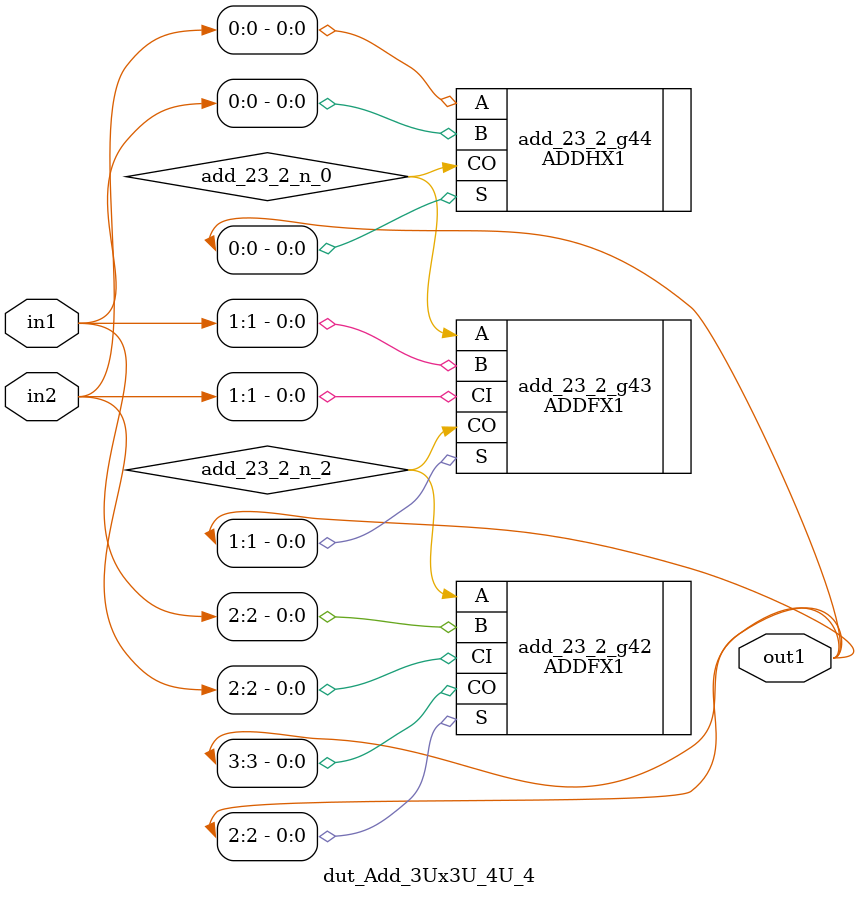
<source format=v>
`timescale 1ps / 1ps


module dut_Add_3Ux3U_4U_4(in2, in1, out1);
  input [2:0] in2, in1;
  output [3:0] out1;
  wire [2:0] in2, in1;
  wire [3:0] out1;
  wire add_23_2_n_0, add_23_2_n_2;
  ADDFX1 add_23_2_g42(.A (add_23_2_n_2), .B (in1[2]), .CI (in2[2]), .CO
       (out1[3]), .S (out1[2]));
  ADDFX1 add_23_2_g43(.A (add_23_2_n_0), .B (in1[1]), .CI (in2[1]), .CO
       (add_23_2_n_2), .S (out1[1]));
  ADDHX1 add_23_2_g44(.A (in2[0]), .B (in1[0]), .CO (add_23_2_n_0), .S
       (out1[0]));
endmodule



</source>
